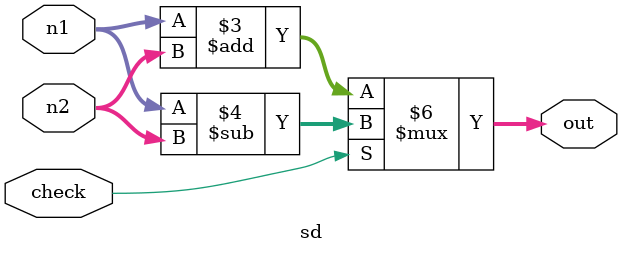
<source format=v>
module sd(
    input [3:0] n1,
    input [3:0] n2,
    input [0:0] check,
    output reg [3:0] out
);

/*
Scrivere un componente che riceve in ingresso due numeri a 4 bit ed un
segnale di controllo. Se il segnale di controllo vale ’0’ il componente
effettuerà la somma dei due numeri in ingresso; altrimenti, eseguirá la
sottrazione. Utilizzare lo stile comportamentale per descrivere il circuito.
*/

    always @(n1 or n2) begin
        if(check==0) begin
            out = n1+n2;
        end
        else begin
            out = n1-n2;
        end
    end

endmodule
</source>
